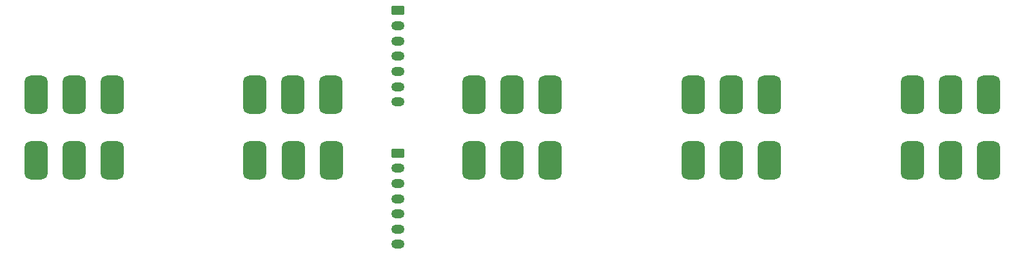
<source format=gbr>
%TF.GenerationSoftware,KiCad,Pcbnew,8.0.4*%
%TF.CreationDate,2024-07-29T20:22:53+02:00*%
%TF.ProjectId,WH148,57483134-382e-46b6-9963-61645f706362,rev?*%
%TF.SameCoordinates,Original*%
%TF.FileFunction,Soldermask,Bot*%
%TF.FilePolarity,Negative*%
%FSLAX46Y46*%
G04 Gerber Fmt 4.6, Leading zero omitted, Abs format (unit mm)*
G04 Created by KiCad (PCBNEW 8.0.4) date 2024-07-29 20:22:53*
%MOMM*%
%LPD*%
G01*
G04 APERTURE LIST*
G04 Aperture macros list*
%AMRoundRect*
0 Rectangle with rounded corners*
0 $1 Rounding radius*
0 $2 $3 $4 $5 $6 $7 $8 $9 X,Y pos of 4 corners*
0 Add a 4 corners polygon primitive as box body*
4,1,4,$2,$3,$4,$5,$6,$7,$8,$9,$2,$3,0*
0 Add four circle primitives for the rounded corners*
1,1,$1+$1,$2,$3*
1,1,$1+$1,$4,$5*
1,1,$1+$1,$6,$7*
1,1,$1+$1,$8,$9*
0 Add four rect primitives between the rounded corners*
20,1,$1+$1,$2,$3,$4,$5,0*
20,1,$1+$1,$4,$5,$6,$7,0*
20,1,$1+$1,$6,$7,$8,$9,0*
20,1,$1+$1,$8,$9,$2,$3,0*%
G04 Aperture macros list end*
%ADD10RoundRect,0.750000X0.750000X1.750000X-0.750000X1.750000X-0.750000X-1.750000X0.750000X-1.750000X0*%
%ADD11RoundRect,0.750000X-0.750000X-1.750000X0.750000X-1.750000X0.750000X1.750000X-0.750000X1.750000X0*%
%ADD12RoundRect,0.250000X-0.625000X0.350000X-0.625000X-0.350000X0.625000X-0.350000X0.625000X0.350000X0*%
%ADD13O,1.750000X1.200000*%
G04 APERTURE END LIST*
D10*
%TO.C,RV3*%
X145297170Y-92321600D03*
X150297170Y-92321600D03*
X155297170Y-92321600D03*
%TD*%
D11*
%TO.C,RV8*%
X155297170Y-100965000D03*
X150297170Y-100965000D03*
X145297170Y-100965000D03*
%TD*%
D12*
%TO.C,J2*%
X135273244Y-100012500D03*
D13*
X135273244Y-102012500D03*
X135273244Y-104012500D03*
X135273244Y-106012500D03*
X135273244Y-108012500D03*
X135273244Y-110012500D03*
X135273244Y-112012500D03*
%TD*%
D10*
%TO.C,RV5*%
X202842870Y-92321600D03*
X207842870Y-92321600D03*
X212842870Y-92321600D03*
%TD*%
D12*
%TO.C,J1*%
X135273244Y-81274100D03*
D13*
X135273244Y-83274100D03*
X135273244Y-85274100D03*
X135273244Y-87274100D03*
X135273244Y-89274100D03*
X135273244Y-91274100D03*
X135273244Y-93274100D03*
%TD*%
D11*
%TO.C,RV10*%
X212842870Y-100965000D03*
X207842870Y-100965000D03*
X202842870Y-100965000D03*
%TD*%
D10*
%TO.C,RV4*%
X174070000Y-92321600D03*
X179070000Y-92321600D03*
X184070000Y-92321600D03*
%TD*%
D11*
%TO.C,RV6*%
X97751470Y-100965000D03*
X92751470Y-100965000D03*
X87751470Y-100965000D03*
%TD*%
D10*
%TO.C,RV1*%
X87751470Y-92321600D03*
X92751470Y-92321600D03*
X97751470Y-92321600D03*
%TD*%
D11*
%TO.C,RV7*%
X126533570Y-100965000D03*
X121533570Y-100965000D03*
X116533570Y-100965000D03*
%TD*%
D10*
%TO.C,RV2*%
X116524270Y-92321600D03*
X121524270Y-92321600D03*
X126524270Y-92321600D03*
%TD*%
D11*
%TO.C,RV9*%
X184070000Y-100965000D03*
X179070000Y-100965000D03*
X174070000Y-100965000D03*
%TD*%
M02*

</source>
